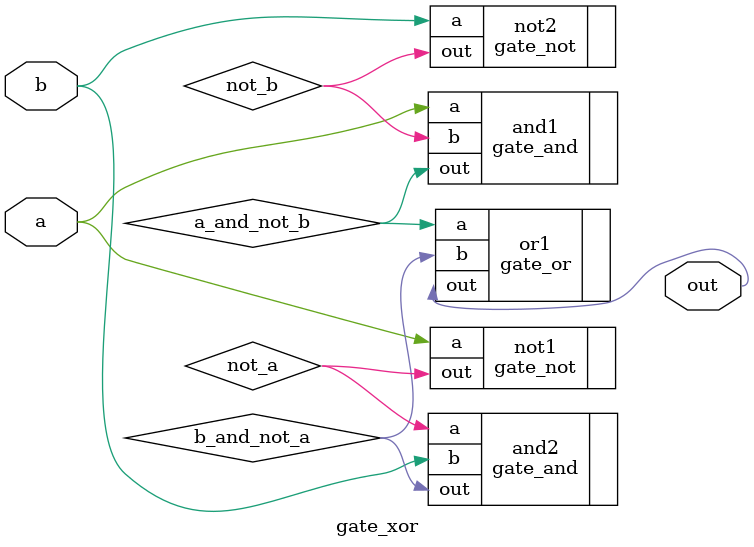
<source format=v>
module gate_xor(input a, input b, output out);

    wire not_a, not_b;
    wire a_and_not_b, b_and_not_a;  

    gate_not not1 (.a(a), .out(not_a));
    gate_not not2 (.a(b), .out(not_b));
    gate_and and1 (.a(a), .b(not_b), .out(a_and_not_b));
    gate_and and2 (.a(not_a), .b(b), .out(b_and_not_a));
    gate_or  or1  (.a(a_and_not_b), .b(b_and_not_a), .out(out));


endmodule


</source>
